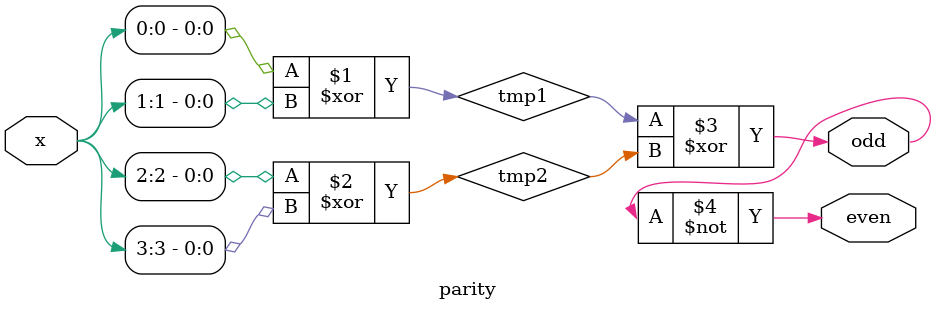
<source format=v>
/*
===================================================================
Project Name    : パリティ発生器
File Name       : 2_3.v
Encoding        : UTF-8
Creation Date   : 2021/4/22
===================================================================
*/

module parity(x, odd, even);
	input [3:0]x;
	output odd, even;

	wire tmp1, tmp2;

	xor(tmp1, x[0], x[1]);
	xor(tmp2, x[2], x[3]);
	xor(odd, tmp1, tmp2);
	not(even, odd);

endmodule

</source>
